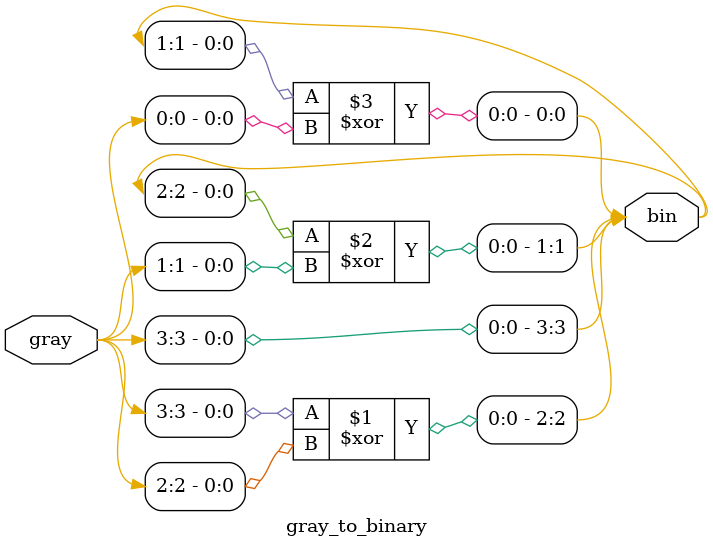
<source format=v>
`timescale 1ns / 1ps
module gray_to_binary (
    input  [3:0] gray,
    output [3:0] bin
);

    assign bin[3] = gray[3];
    assign bin[2] = bin[3] ^ gray[2];
    assign bin[1] = bin[2] ^ gray[1];
    assign bin[0] = bin[1] ^ gray[0];

endmodule

</source>
